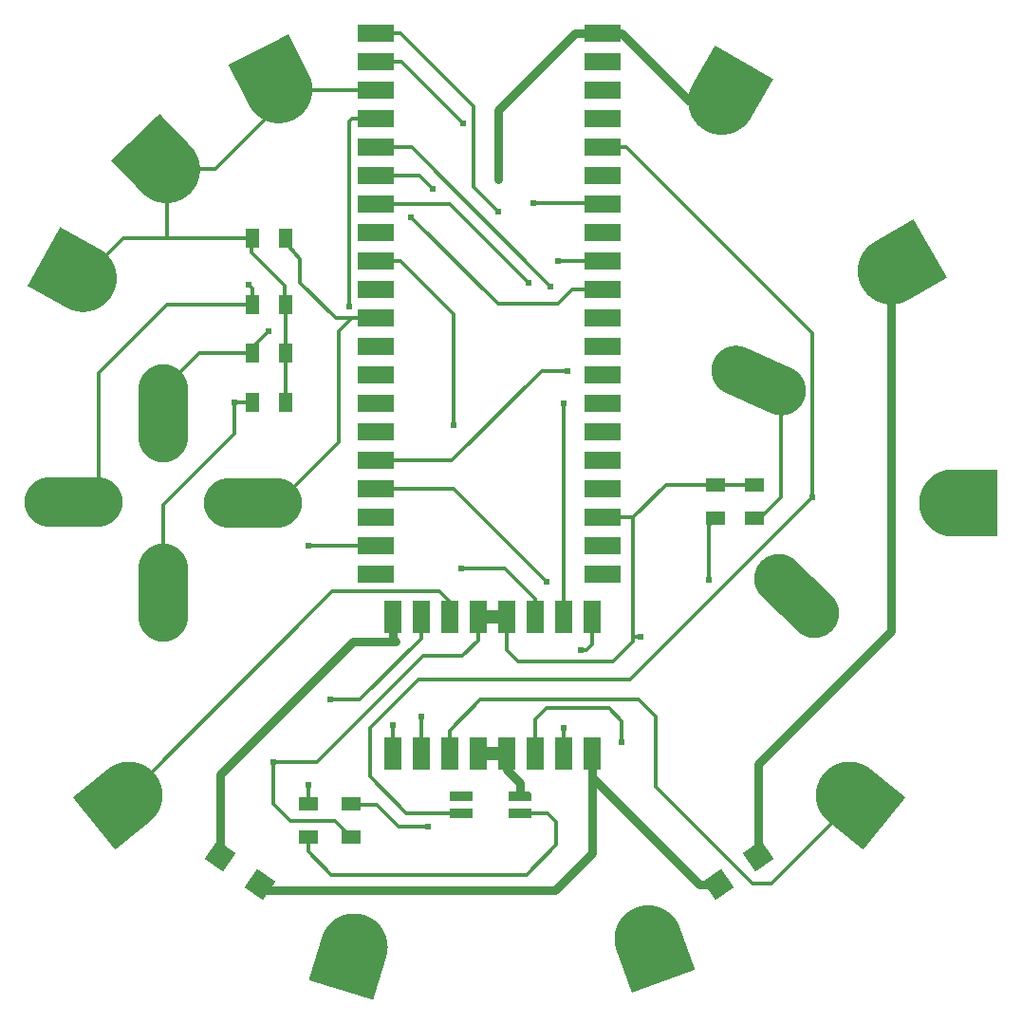
<source format=gtl>
G04 Layer: TopLayer*
G04 EasyEDA v6.5.50, 2025-08-14 22:33:42*
G04 e75713753cb845a6aa3ca86cf9a0bac9,7f6f5378126b4d5b8a4b95b5ffd06442,10*
G04 Gerber Generator version 0.2*
G04 Scale: 100 percent, Rotated: No, Reflected: No *
G04 Dimensions in millimeters *
G04 leading zeros omitted , absolute positions ,4 integer and 5 decimal *
%FSLAX45Y45*%
%MOMM*%

%AMMACRO1*21,1,$1,$2,0,0,$3*%
%AMMACRO2*4,1,5,-1,0.41,0.8,0.41,1,0.21,1,-0.41,-1,-0.41,-1,0.41,0*%
%AMMACRO3*4,1,34,2.1993,-0.1562,2.1829,-0.3749,2.1448,-0.5909,2.0854,-0.802,2.0053,-1.0062,1.9053,-1.2014,1.7863,-1.3856,1.6495,-1.5571,1.4964,-1.7141,1.3284,-1.8551,1.1472,-1.9786,0.9545,-2.0835,0.7524,-2.1687,0.5429,-2.2333,0.3279,-2.2768,0.1097,-2.2986,-0.1097,-2.2986,-0.3279,-2.2768,-0.5429,-2.2333,-0.7524,-2.1687,-0.9545,-2.0835,-1.1472,-1.9786,-1.3284,-1.8551,-1.4964,-1.7141,-1.6495,-1.5571,-1.7863,-1.3856,-1.9053,-1.2014,-2.0053,-1.0062,-2.0854,-0.802,-2.1448,-0.5909,-2.1829,-0.3749,-2.1993,-0.1562,-2.2,2.2986,2.2,2.2986,2.1993,-0.1562,0*%
%AMMACRO4*4,1,34,-2.1993,0.1562,-2.1829,0.3749,-2.1448,0.5909,-2.0854,0.802,-2.0053,1.0062,-1.9053,1.2014,-1.7863,1.3856,-1.6495,1.5571,-1.4964,1.7141,-1.3284,1.8551,-1.1472,1.9786,-0.9545,2.0835,-0.7524,2.1687,-0.5429,2.2333,-0.3279,2.2768,-0.1097,2.2986,0.1097,2.2986,0.3279,2.2768,0.5429,2.2333,0.7524,2.1687,0.9545,2.0835,1.1472,1.9786,1.3284,1.8551,1.4964,1.7141,1.6495,1.5571,1.7863,1.3856,1.9053,1.2014,2.0053,1.0062,2.0854,0.802,2.1448,0.5909,2.1829,0.3749,2.1993,0.1562,2.2,-2.2986,-2.2,-2.2986,-2.1993,0.1562,0*%
%AMMACRO5*4,1,34,-0.1562,-2.1993,-0.3749,-2.1829,-0.5909,-2.1448,-0.802,-2.0854,-1.0062,-2.0053,-1.2014,-1.9053,-1.3856,-1.7863,-1.5571,-1.6495,-1.7141,-1.4964,-1.8551,-1.3284,-1.9786,-1.1472,-2.0835,-0.9545,-2.1687,-0.7524,-2.2333,-0.5429,-2.2768,-0.3279,-2.2986,-0.1097,-2.2986,0.1097,-2.2768,0.3279,-2.2333,0.5429,-2.1687,0.7524,-2.0835,0.9545,-1.9786,1.1472,-1.8551,1.3284,-1.7141,1.4964,-1.5571,1.6495,-1.3856,1.7863,-1.2014,1.9053,-1.0062,2.0053,-0.802,2.0854,-0.5909,2.1448,-0.3749,2.1829,-0.1562,2.1993,2.2986,2.2,2.2986,-2.2,-0.1562,-2.1993,0*%
%AMMACRO6*4,1,34,0.1562,2.1993,0.3749,2.1829,0.5909,2.1448,0.802,2.0854,1.0062,2.0053,1.2014,1.9053,1.3856,1.7863,1.5571,1.6495,1.7141,1.4964,1.8551,1.3284,1.9786,1.1472,2.0835,0.9545,2.1687,0.7524,2.2333,0.5429,2.2768,0.3279,2.2986,0.1097,2.2986,-0.1097,2.2768,-0.3279,2.2333,-0.5429,2.1687,-0.7524,2.0835,-0.9545,1.9786,-1.1472,1.8551,-1.3284,1.7141,-1.4964,1.5571,-1.6495,1.3856,-1.7863,1.2014,-1.9053,1.0062,-2.0053,0.802,-2.0854,0.5909,-2.1448,0.3749,-2.1829,0.1562,-2.1993,-2.2986,-2.2,-2.2986,2.2,0.1562,2.1993,0*%
%AMMACRO7*4,1,34,-1.3888,-1.5939,-1.5819,-1.4899,-1.7637,-1.3673,-1.9325,-1.2272,-2.0864,-1.0709,-2.224,-0.9001,-2.3439,-0.7165,-2.4449,-0.5218,-2.5261,-0.3181,-2.5865,-0.1072,-2.6257,0.1085,-2.6432,0.3272,-2.6388,0.5465,-2.6126,0.7642,-2.5649,0.9783,-2.496,1.1865,-2.4068,1.3869,-2.2982,1.5774,-2.171,1.7561,-2.0267,1.9213,-1.8667,2.0712,-1.6925,2.2045,-1.5059,2.3198,-1.3088,2.4159,-1.1031,2.492,-0.8908,2.5472,-0.6741,2.5809,-0.4551,2.593,-0.236,2.5831,-0.019,2.5515,0.1938,2.4985,0.4003,2.4245,2.6432,1.4266,0.8535,-2.593,-1.3888,-1.5939,0*%
%AMMACRO8*4,1,34,1.3888,1.5939,1.5819,1.4899,1.7637,1.3673,1.9325,1.2272,2.0864,1.0709,2.224,0.9001,2.3439,0.7165,2.4449,0.5218,2.5261,0.3181,2.5865,0.1072,2.6257,-0.1085,2.6432,-0.3272,2.6388,-0.5465,2.6126,-0.7642,2.5649,-0.9783,2.496,-1.1865,2.4068,-1.3869,2.2982,-1.5774,2.171,-1.7561,2.0267,-1.9213,1.8667,-2.0712,1.6925,-2.2045,1.5059,-2.3198,1.3088,-2.4159,1.1031,-2.492,0.8908,-2.5472,0.6741,-2.5809,0.4551,-2.593,0.236,-2.5831,0.019,-2.5515,-0.1938,-2.4985,-0.4003,-2.4245,-2.6432,-1.4266,-0.8535,2.593,1.3888,1.5939,0*%
%AMMACRO9*4,1,34,2.121,0.9893,2.2641,0.823,2.3899,0.6434,2.4972,0.4521,2.5849,0.2511,2.6521,0.0423,2.6983,-0.1721,2.7228,-0.39,2.7256,-0.6094,2.7064,-0.8279,2.6657,-1.0434,2.6037,-1.2537,2.521,-1.4569,2.4185,-1.6508,2.2972,-1.8335,2.1583,-2.0033,2.0033,-2.1583,1.8335,-2.2972,1.6508,-2.4185,1.4569,-2.521,1.2537,-2.6037,1.0434,-2.6657,0.8279,-2.7064,0.6094,-2.7256,0.39,-2.7228,0.1721,-2.6983,-0.0423,-2.6521,-0.2511,-2.5849,-0.4521,-2.4972,-0.6434,-2.3899,-0.823,-2.2641,-0.9893,-2.121,-2.7256,-0.3857,0.3857,2.7256,2.121,0.9893,0*%
%AMMACRO10*4,1,34,-2.121,-0.9893,-2.2641,-0.823,-2.3899,-0.6434,-2.4972,-0.4521,-2.5849,-0.2511,-2.6521,-0.0423,-2.6983,0.1721,-2.7228,0.39,-2.7256,0.6094,-2.7064,0.8279,-2.6657,1.0434,-2.6037,1.2537,-2.521,1.4569,-2.4185,1.6508,-2.2972,1.8335,-2.1583,2.0033,-2.0033,2.1583,-1.8335,2.2972,-1.6508,2.4185,-1.4569,2.521,-1.2537,2.6037,-1.0434,2.6657,-0.8279,2.7064,-0.6094,2.7256,-0.39,2.7228,-0.1721,2.6983,0.0423,2.6521,0.2511,2.5849,0.4521,2.4972,0.6434,2.3899,0.823,2.2641,0.9893,2.121,2.7256,0.3857,-0.3857,-2.7256,-2.121,-0.9893,0*%
%AMMACRO11*4,1,34,3.4995,-3,-0.65,-2.9963,-0.9476,-2.9665,-1.2408,-2.9072,-1.5265,-2.8191,-1.8021,-2.7029,-2.0648,-2.5599,-2.3119,-2.3914,-2.541,-2.1992,-2.7498,-1.9851,-2.9363,-1.7512,-3.0985,-1.5,-3.235,-1.2339,-3.3443,-0.9554,-3.4253,-0.6676,-3.4772,-0.373,-3.4995,-0.0748,-3.4921,0.2242,-3.4549,0.521,-3.3883,0.8125,-3.2931,1.096,-3.1701,1.3686,-3.0205,1.6276,-2.846,1.8705,-2.6481,2.0947,-2.4288,2.2981,-2.1904,2.4787,-1.9352,2.6347,-1.6658,2.7644,-1.3847,2.8667,-1.0949,2.9405,-0.7992,2.9851,-0.5005,3,3.4995,3,3.4995,-3,0*%
%AMMACRO12*4,1,34,3.7986,0.982,1.7206,-2.6097,1.546,-2.8525,1.3481,-3.0768,1.1289,-3.2802,0.8905,-3.4607,0.6353,-3.6167,0.3658,-3.7464,0.0848,-3.8488,-0.2051,-3.9226,-0.5008,-3.9671,-0.7995,-3.982,-1.0982,-3.9671,-1.3939,-3.9226,-1.6838,-3.8488,-1.9648,-3.7464,-2.2342,-3.6167,-2.4895,-3.4608,-2.7279,-3.2802,-2.9471,-3.0768,-3.145,-2.8525,-3.3196,-2.6097,-3.4691,-2.3507,-3.5921,-2.0781,-3.6873,-1.7946,-3.7539,-1.503,-3.7911,-1.2062,-3.7986,-0.9073,-3.7762,-0.609,-3.7243,-0.3145,-3.6432,-0.0266,-3.534,0.2518,-3.3976,0.5179,-1.3976,3.982,3.7986,0.982,0*%
%AMMACRO13*4,1,34,3.9802,-1.3976,0.3847,-3.4691,0.1121,-3.5921,-0.1714,-3.6874,-0.463,-3.7539,-0.7597,-3.7911,-1.0587,-3.7986,-1.3569,-3.7762,-1.6515,-3.7243,-1.9394,-3.6433,-2.2178,-3.534,-2.4839,-3.3976,-2.7351,-3.2353,-2.969,-3.0488,-3.1831,-2.84,-3.3753,-2.6109,-3.5438,-2.3638,-3.6868,-2.1012,-3.803,-1.8256,-3.8912,-1.5398,-3.9504,-1.2466,-3.9802,-0.9491,-3.9802,-0.65,-3.9504,-0.3524,-3.8911,-0.0592,-3.803,0.2266,-3.6868,0.5021,-3.5438,0.7648,-3.3753,1.0119,-3.1831,1.241,-2.969,1.4498,-2.7351,1.6363,-2.4839,1.7986,0.9802,3.7986,3.9802,-1.3976,0*%
%AMMACRO14*4,1,34,1.6019,3.963,3.4824,0.2641,3.591,-0.0146,3.6713,-0.3027,3.7225,-0.5974,3.7441,-0.8957,3.7359,-1.1947,3.698,-1.4913,3.6307,-1.7827,3.5348,-2.066,3.4111,-2.3383,3.2609,-2.5969,3.0857,-2.8393,2.8872,-3.0631,2.6675,-3.266,2.4286,-3.4459,2.1731,-3.6012,1.9033,-3.7303,1.622,-3.8319,1.332,-3.905,1.0361,-3.9488,0.7374,-3.963,0.4387,-3.9473,0.1431,-3.902,-0.1466,-3.8275,-0.4273,-3.7245,-0.6964,-3.5941,-0.9513,-3.4375,-1.1892,-3.2563,-1.4079,-3.0524,-1.6053,-2.8276,-1.7792,-2.5843,-1.9281,-2.325,-3.7441,1.239,1.6019,3.963,0*%
%AMMACRO15*4,1,34,-1.0674,3.7815,2.5601,1.7665,2.8059,1.5962,3.0336,1.4022,3.2408,1.1866,3.4255,0.9514,3.5859,0.6989,3.7204,0.4318,3.8275,0.1526,3.9064,-0.1359,3.9561,-0.4308,3.9762,-0.7292,3.9665,-1.0281,3.9271,-1.3246,3.8584,-1.6157,3.761,-1.8985,3.636,-2.1701,3.4845,-2.428,3.3081,-2.6695,3.1086,-2.8923,2.8878,-3.0941,2.6481,-3.2729,2.3917,-3.4269,2.1213,-3.5546,1.8395,-3.6548,1.5491,-3.7265,1.253,-3.7688,0.9542,-3.7815,0.6557,-3.7644,0.3603,-3.7176,0.071,-3.6416,-0.2093,-3.5372,-0.4777,-3.4054,-3.9762,-1.4662,-1.0674,3.7815,0*%
%AMMACRO16*4,1,34,0.221,-3.9241,-3.0014,-1.3098,-3.214,-1.0994,-3.4045,-0.8689,-3.5711,-0.6205,-3.7122,-0.3568,-3.8263,-0.0804,-3.9123,0.2061,-3.9694,0.4997,-3.9969,0.7975,-3.9947,1.0965,-3.9627,1.3939,-3.9012,1.6866,-3.8109,1.9717,-3.6927,2.2464,-3.5477,2.508,-3.3774,2.7538,-3.1835,2.9815,-2.9678,3.1887,-2.7326,3.3734,-2.4801,3.5338,-2.213,3.6683,-1.9338,3.7754,-1.6453,3.8543,-1.3504,3.904,-1.052,3.9241,-0.7531,3.9144,-0.4566,3.875,-0.1655,3.8063,0.1173,3.7089,0.389,3.5839,0.6468,3.4324,0.8883,3.256,3.9969,0.7387,0.221,-3.9241,0*%
%AMMACRO17*4,1,34,-2.0446,-3.8919,-3.4603,0.0086,-3.5341,0.2984,-3.5787,0.5942,-3.5936,0.8929,-3.5787,1.1916,-3.5341,1.4873,-3.4603,1.7771,-3.358,2.0582,-3.2282,2.3277,-3.0723,2.5828,-2.8917,2.8212,-2.6883,3.0405,-2.464,3.2384,-2.2212,3.413,-1.9622,3.5625,-1.6896,3.6855,-1.4061,3.7808,-1.1145,3.8473,-0.8178,3.8845,-0.5188,3.8919,-0.2205,3.8696,0.074,3.8176,0.3619,3.7367,0.6403,3.6274,0.9064,3.491,1.1577,3.3287,1.3915,3.1422,1.6056,2.9334,1.7978,2.7043,1.9663,2.4572,2.1093,2.1945,2.2255,1.9189,3.5936,-1.8398,-2.0446,-3.8919,0*%
%AMMACRO18*4,1,34,-3.5192,-2.0964,-2.3024,1.8708,-2.1869,2.1466,-2.0445,2.4097,-1.8767,2.6572,-1.685,2.8868,-1.4714,3.0961,-1.2381,3.2832,-0.9873,3.4461,-0.7215,3.5832,-0.4434,3.6931,-0.1556,3.7748,0.1388,3.8275,0.4369,3.8506,0.7359,3.8439,1.0328,3.8074,1.3245,3.7416,1.6083,3.6471,1.8812,3.5248,2.1405,3.3759,2.3838,3.2019,2.6086,3.0046,2.8125,2.7858,2.9937,2.5479,3.1503,2.2931,3.2807,2.0239,3.3837,1.7432,3.4582,1.4535,3.5035,1.1579,3.5192,0.8592,3.505,0.5605,3.4612,0.2647,3.3881,-0.0254,2.2186,-3.8506,-3.5192,-2.0964,0*%
%AMMACRO19*4,1,34,-3.9982,0.7393,-0.7711,3.3478,-0.5211,3.5119,-0.256,3.6503,0.0216,3.7617,0.3089,3.8448,0.603,3.899,0.9011,3.9236,1.2001,3.9183,1.4972,3.8834,1.7892,3.819,2.0734,3.7259,2.347,3.6049,2.6071,3.4573,2.8512,3.2846,3.0769,3.0883,3.2819,2.8706,3.4643,2.6336,3.6222,2.3796,3.754,2.1111,3.8583,1.8308,3.9343,1.5415,3.9811,1.2462,3.9982,0.9476,3.9855,0.6488,3.9432,0.3527,3.8716,0.0623,3.7714,-0.2195,3.6436,-0.4899,3.4896,-0.7462,3.3108,-0.986,3.109,-1.2067,2.8863,-1.4063,-0.2223,-3.9236,-3.9982,0.7393,0*%
%AMMACRO20*4,1,34,0.348,3.9806,3.2278,0.9931,3.4131,0.7584,3.5742,0.5063,3.7093,0.2395,3.8171,-0.0394,3.8967,-0.3277,3.9472,-0.6225,3.968,-0.9208,3.9591,-1.2198,3.9204,-1.5163,3.8524,-1.8076,3.7557,-2.0906,3.6314,-2.3626,3.4806,-2.6209,3.3047,-2.8628,3.1058,-3.0861,2.8855,-3.2884,2.6462,-3.4678,2.3902,-3.6225,2.1201,-3.7509,1.8386,-3.8518,1.5484,-3.9241,1.2524,-3.9672,0.9537,-3.9806,0.655,-3.9643,0.3595,-3.9182,0.0701,-3.843,-0.2105,-3.7393,-0.4792,-3.6082,-0.7337,-3.4509,-0.9712,-3.2692,-1.1894,-3.0646,-3.968,-0.1873,0.348,3.9806,0*%
%ADD10C,0.8000*%
%ADD11C,0.3500*%
%ADD12C,1.2000*%
%ADD13R,1.5240X3.0000*%
%ADD14MACRO1,2X2X-34.9994*%
%ADD15MACRO1,2X2X-35.0004*%
%ADD16MACRO1,2X2X-145.0002*%
%ADD17MACRO1,1.701X1.2075X90.0000*%
%ADD18MACRO1,1.701X1.2075X0.0000*%
%ADD19R,1.7010X1.2075*%
%ADD20MACRO1,1.701X1.2075X-90.0000*%
%ADD21R,3.2000X1.6000*%
%ADD22R,2.0000X0.8200*%
%ADD23MACRO2*%
%ADD24MACRO3*%
%ADD25MACRO4*%
%ADD26MACRO5*%
%ADD27MACRO6*%
%ADD28MACRO7*%
%ADD29MACRO8*%
%ADD30MACRO9*%
%ADD31MACRO10*%
%ADD32MACRO11*%
%ADD33MACRO12*%
%ADD34MACRO13*%
%ADD35MACRO14*%
%ADD36MACRO15*%
%ADD37MACRO16*%
%ADD38MACRO17*%
%ADD39MACRO18*%
%ADD40MACRO19*%
%ADD41MACRO20*%
%ADD42C,0.6100*%
%ADD43C,0.6200*%
%ADD44C,0.0151*%

%LPD*%
D10*
X914400Y-2235200D02*
G01*
X914400Y-2442743D01*
X-2042413Y-3402076D02*
G01*
X-2042413Y-3454400D01*
X584200Y-3454400D01*
X914400Y-3124200D01*
X914400Y-2442718D01*
D11*
X-1930400Y-2311400D02*
G01*
X-1536700Y-2311400D01*
X-586994Y-1361694D01*
X-239776Y-1361694D01*
X-101600Y-1223518D01*
X-1422400Y-1752600D02*
G01*
X-1155700Y-1752600D01*
X-609600Y-1206500D01*
X-609600Y-1155700D01*
X660400Y889000D02*
G01*
X660400Y-1016000D01*
X2019300Y165100D02*
G01*
X1574800Y165100D01*
X1282700Y-127000D01*
X1226312Y-127000D01*
X1346200Y-1193800D02*
G01*
X1282700Y-1196339D01*
X152400Y-1223518D02*
G01*
X152400Y-1308100D01*
X254000Y-1409700D01*
X1104900Y-1409700D01*
X1282700Y-1231900D01*
X1282700Y-127000D01*
X1226312Y-127000D01*
X3217418Y-2605278D02*
G01*
X3217418Y-2688081D01*
X2514600Y-3390900D01*
X2349500Y-3390900D01*
X1485900Y-2527300D01*
X1485900Y-1905000D01*
X1333500Y-1752600D01*
X-80518Y-1752600D01*
X-355600Y-2027681D01*
X2882900Y50800D02*
G01*
X1257300Y-1574800D01*
X-635000Y-1574800D01*
X-1066800Y-2006600D01*
X-1066800Y-2438400D01*
X-737870Y-2767329D01*
X-247395Y-2767329D01*
X2019300Y-135178D02*
G01*
X1955800Y-198678D01*
X1955800Y-685800D01*
X-1008738Y127000D02*
G01*
X-317500Y127000D01*
X508000Y-698500D01*
X-254000Y-584200D02*
G01*
X139700Y-584200D01*
X406400Y-850900D01*
X406400Y-1016000D01*
X812800Y-1308100D02*
G01*
X863600Y-1308100D01*
X914400Y-1257300D01*
X914400Y-1016000D01*
X-3217418Y-2605278D02*
G01*
X-1399539Y-787400D01*
X-444500Y-787400D01*
X-355600Y-876300D01*
X-355600Y-1028700D01*
X-791207Y4191000D02*
G01*
X-139700Y3539492D01*
X-139700Y2819400D01*
X76200Y2603500D01*
X-609600Y-1016000D02*
G01*
X-609600Y-1155700D01*
X1181100Y-2133600D02*
G01*
X1181100Y-1943100D01*
X1066800Y-1828800D01*
X508000Y-1828800D01*
X406400Y-1930400D01*
X406400Y-2235200D01*
X-3488436Y12700D02*
G01*
X-3488436Y1159763D01*
X-2874518Y1773681D01*
X-2116328Y1773681D01*
X-2116328Y1337818D02*
G01*
X-2116328Y1388871D01*
X-1968500Y1536700D01*
X-1828800Y2362200D02*
G01*
X-1830323Y2343150D01*
X-1689100Y2177795D01*
X-1689100Y1968500D01*
X-1371600Y1651000D01*
X-1226312Y1651000D01*
X-2120900Y2362200D02*
G01*
X-2120900Y2235200D01*
X-1828800Y1943100D01*
X-1828800Y1765300D01*
X-1930400Y-2311400D02*
G01*
X-1930400Y-2679700D01*
X-1778000Y-2832100D01*
X-1379728Y-2832100D01*
X-1231900Y-2979928D01*
X-1231900Y-2692400D02*
G01*
X-1003300Y-2692400D01*
X-812800Y-2882900D01*
X-546100Y-2882900D01*
X-317500Y698500D02*
G01*
X-317500Y1685317D01*
X-791182Y2159000D01*
D10*
X152400Y-2235200D02*
G01*
X152400Y-2374900D01*
X272795Y-2495295D01*
X272795Y-2617470D01*
D11*
X-1612900Y-2979928D02*
G01*
X-1616455Y-3105404D01*
X-1407160Y-3314700D01*
X330200Y-3314700D01*
X596900Y-3048000D01*
X596900Y-2844800D01*
X519429Y-2767329D01*
X272795Y-2767329D01*
X-1008634Y2921000D02*
G01*
X-622300Y2921000D01*
X-508000Y2806700D01*
D10*
X2070100Y3585463D02*
G01*
X1786636Y3585463D01*
X1181100Y4191000D01*
X1008634Y4191000D01*
D11*
X-1441195Y3683000D02*
G01*
X-1740915Y3683000D01*
X-2446020Y2978150D01*
X-2875787Y2978150D01*
X-2908300Y-580113D02*
G01*
X-2908300Y-12700D01*
X-2273300Y622300D01*
X-2273300Y901700D01*
X152400Y-2235200D02*
G01*
X152400Y-2338959D01*
X-2875889Y2362200D02*
G01*
X-3265830Y2362200D01*
X-3620922Y2007107D01*
X-2116378Y2362200D02*
G01*
X-2875889Y2362200D01*
X-2875889Y2362200D02*
G01*
X-2875889Y2978073D01*
X1226413Y-127000D02*
G01*
X1008735Y-127000D01*
X-101600Y-1016000D02*
G01*
X-101600Y-1223543D01*
X152400Y-1016000D02*
G01*
X152400Y-1223543D01*
X-1441246Y3683000D02*
G01*
X-1873757Y3683000D01*
X-1879523Y3688765D01*
X-1008735Y3683000D02*
G01*
X-1441246Y3683000D01*
X-1820621Y1337741D02*
G01*
X-1820621Y1773758D01*
X2362200Y160578D02*
G01*
X2019300Y160578D01*
X-1820621Y901700D02*
G01*
X-1820621Y1337741D01*
X698500Y1181100D02*
G01*
X466445Y1181100D01*
X-333654Y381000D01*
X-1008738Y381000D01*
X-1888210Y0D02*
G01*
X-1342593Y545617D01*
X-1342593Y1534693D01*
X-1226286Y1651000D01*
X-2328189Y0D02*
G01*
X-1888210Y0D01*
X-1008735Y1651000D02*
G01*
X-1226286Y1651000D01*
X1008735Y1905000D02*
G01*
X791184Y1905000D01*
X-2116378Y1337741D02*
G01*
X-2590647Y1337741D01*
X-2908300Y1020089D01*
X1008738Y2159000D02*
G01*
X609600Y2159000D01*
X-2116378Y1916379D02*
G01*
X-2146503Y1946503D01*
X-2116378Y1773758D02*
G01*
X-2116378Y1916379D01*
X-3488410Y12700D02*
G01*
X-3928389Y12700D01*
X-1008735Y4191000D02*
G01*
X-791184Y4191000D01*
X-609600Y-2235200D02*
G01*
X-609600Y-2027631D01*
X-609600Y-1905000D02*
G01*
X-609600Y-2027628D01*
X660400Y-2006600D02*
G01*
X660400Y-2235200D01*
X-1008735Y3937000D02*
G01*
X-782650Y3937000D01*
X-229438Y3383787D01*
X-791182Y3175000D02*
G01*
X-693242Y3175000D01*
X546100Y1935657D01*
X546100Y1930400D01*
X-1008735Y3175000D02*
G01*
X-791184Y3175000D01*
X-1008735Y2667000D02*
G01*
X-351307Y2667000D01*
X348106Y1967585D01*
D10*
X768680Y4191000D02*
G01*
X81051Y3503371D01*
X81051Y2888259D01*
X-2402712Y-3149803D02*
G01*
X-2402712Y-2421178D01*
X-1218717Y-1237183D01*
X-831875Y-1237183D01*
X1008735Y4191000D02*
G01*
X768680Y4191000D01*
X-863600Y-1016000D02*
G01*
X-863600Y-1205458D01*
X-831875Y-1237183D01*
D11*
X-1226286Y3429000D02*
G01*
X-1247520Y3407765D01*
X-1247520Y1749983D01*
X-1008735Y3429000D02*
G01*
X-1226286Y3429000D01*
X-863600Y-2235200D02*
G01*
X-863600Y-2027631D01*
X-863600Y-1981200D02*
G01*
X-863600Y-2027628D01*
X-2116378Y901700D02*
G01*
X-2273300Y901700D01*
X1008738Y2667000D02*
G01*
X996038Y2679700D01*
X393700Y2679700D01*
X-2908300Y-580110D02*
G01*
X-2908300Y-1020089D01*
X-2116378Y901700D02*
G01*
X-2273300Y901700D01*
X1008735Y3175000D02*
G01*
X1226286Y3175000D01*
X-1008738Y-381000D02*
G01*
X-1612900Y-381000D01*
X-1612900Y-2514600D02*
G01*
X-1612900Y-2684221D01*
X-1008735Y2159000D02*
G01*
X-791184Y2159000D01*
D10*
X2402713Y-3150412D02*
G01*
X2402713Y-2325039D01*
X3585336Y-1142415D01*
X3585336Y2069998D01*
D11*
X-355600Y-2235200D02*
G01*
X-355600Y-2027631D01*
D12*
X-101600Y-1016000D02*
G01*
X152400Y-1016000D01*
X-101600Y-2235200D02*
G01*
X152400Y-2235200D01*
D11*
X2362200Y-135128D02*
G01*
X2419095Y-134873D01*
X2601213Y49021D01*
X2601213Y1002792D01*
D10*
X2042159Y-3402837D02*
G01*
X1874520Y-3402837D01*
X914400Y-2442718D01*
D11*
X-698500Y2552700D02*
G01*
X76200Y1778000D01*
X609600Y1778000D01*
X736600Y1905000D01*
X791210Y1905000D01*
X1226289Y3175000D02*
G01*
X2882900Y1518389D01*
X2882900Y50800D01*
D13*
G01*
X-609600Y-2235200D03*
G01*
X-355600Y-2235200D03*
G01*
X-101600Y-2235200D03*
G01*
X152400Y-2235200D03*
G01*
X406400Y-2235200D03*
G01*
X660400Y-2235200D03*
G01*
X914400Y-2235200D03*
G01*
X-609600Y-1016000D03*
G01*
X-355600Y-1016000D03*
G01*
X-101600Y-1016000D03*
G01*
X152400Y-1016000D03*
G01*
X406400Y-1016000D03*
G01*
X660400Y-1016000D03*
G01*
X914400Y-1016000D03*
G01*
X-863600Y-1016000D03*
G01*
X-863600Y-2235200D03*
D14*
G01*
X-2402709Y-3149794D03*
D15*
G01*
X-2042280Y-3402166D03*
D16*
G01*
X2402712Y-3150414D03*
G01*
X2042287Y-3402785D03*
D17*
G01*
X-1820623Y2362200D03*
G01*
X-2116376Y2362200D03*
D18*
G01*
X2019300Y160576D03*
D19*
G01*
X2019300Y-135178D03*
D17*
G01*
X-1820623Y1773768D03*
G01*
X-2116376Y1773768D03*
D18*
G01*
X2362200Y-135176D03*
D19*
G01*
X2362200Y160578D03*
D17*
G01*
X-1820623Y1337731D03*
G01*
X-2116376Y1337731D03*
D20*
G01*
X-2116376Y901700D03*
G01*
X-1820623Y901700D03*
D18*
G01*
X-1612900Y-2684223D03*
D19*
G01*
X-1612900Y-2979978D03*
D21*
G01*
X-1008735Y4191000D03*
G01*
X1008735Y4191000D03*
G01*
X-1008735Y3937000D03*
G01*
X1008735Y3937000D03*
G01*
X-1008735Y3683000D03*
G01*
X1008735Y3683000D03*
G01*
X-1008735Y3429000D03*
G01*
X1008735Y3429000D03*
G01*
X-1008735Y3175000D03*
G01*
X1008735Y3175000D03*
G01*
X-1008735Y2921000D03*
G01*
X1008735Y2921000D03*
G01*
X-1008735Y2667000D03*
G01*
X1008735Y2667000D03*
G01*
X-1008735Y2413000D03*
G01*
X1008735Y2413000D03*
G01*
X-1008735Y2159000D03*
G01*
X1008735Y2159000D03*
G01*
X-1008735Y1905000D03*
G01*
X1008735Y1905000D03*
G01*
X-1008735Y1651000D03*
G01*
X1008735Y1651000D03*
G01*
X-1008735Y1397000D03*
G01*
X1008735Y1397000D03*
G01*
X-1008735Y1143000D03*
G01*
X1008735Y1143000D03*
G01*
X-1008735Y889000D03*
G01*
X1008735Y889000D03*
G01*
X-1008735Y635000D03*
G01*
X1008735Y635000D03*
G01*
X-1008735Y381000D03*
G01*
X1008735Y381000D03*
G01*
X-1008735Y127000D03*
G01*
X1008735Y127000D03*
G01*
X-1008735Y-127000D03*
G01*
X1008735Y-127000D03*
G01*
X-1008735Y-381000D03*
G01*
X1008735Y-381000D03*
G01*
X-1008735Y-635000D03*
G01*
X1008735Y-635000D03*
D18*
G01*
X-1231900Y-2684223D03*
D19*
G01*
X-1231900Y-2979978D03*
D22*
G01*
X-247294Y-2617393D03*
G01*
X-247294Y-2767406D03*
G01*
X272694Y-2767406D03*
D23*
G01*
X272702Y-2617400D03*
D24*
G01*
X-2908300Y590237D03*
D25*
G01*
X-2908300Y1009962D03*
D26*
G01*
X-3918262Y12700D03*
D27*
G01*
X-3498537Y12700D03*
D24*
G01*
X-2908300Y-1009962D03*
D25*
G01*
X-2908300Y-590237D03*
D28*
G01*
X2243735Y1142382D03*
D29*
G01*
X2556864Y1042017D03*
D30*
G01*
X2846052Y-928352D03*
D31*
G01*
X2640347Y-722647D03*
D32*
G01*
X4190038Y0D03*
D33*
G01*
X2149944Y3683543D03*
D34*
G01*
X3683728Y2149946D03*
D35*
G01*
X-1954004Y3785059D03*
D36*
G01*
X-3718586Y2085266D03*
D37*
G01*
X3317339Y-2697839D03*
D38*
G01*
X1475318Y-3979608D03*
D39*
G01*
X-1262336Y-4044268D03*
D40*
G01*
X-3317209Y-2697895D03*
D41*
G01*
X-2972742Y3076129D03*
D26*
G01*
X-2318062Y0D03*
D27*
G01*
X-1898337Y0D03*
D42*
G01*
X-1930400Y-2311400D03*
G01*
X698500Y1181100D03*
G01*
X508000Y-698500D03*
G01*
X1955800Y-685800D03*
G01*
X-1968500Y1536700D03*
G01*
X-698500Y2552700D03*
G01*
X-2146503Y1946503D03*
G01*
X609600Y2159000D03*
G01*
X-609600Y-1905000D03*
G01*
X76200Y2603500D03*
G01*
X1181100Y-2133600D03*
G01*
X660400Y-2006600D03*
G01*
X-229438Y3383787D03*
G01*
X-1422400Y-1752600D03*
G01*
X-508000Y2806700D03*
G01*
X-254000Y-584200D03*
G01*
X660400Y889000D03*
G01*
X546100Y1930400D03*
G01*
X812800Y-1308100D03*
G01*
X348106Y1967585D03*
G01*
X-831875Y-1237183D03*
G01*
X81051Y2888259D03*
G01*
X-863600Y-1981200D03*
G01*
X-1247520Y1749983D03*
G01*
X-2273300Y901700D03*
G01*
X393700Y2679700D03*
G01*
X2882900Y50800D03*
G01*
X-1612900Y-2514600D03*
G01*
X-1612900Y-381000D03*
G01*
X-317500Y698500D03*
G01*
X-546100Y-2882900D03*
D43*
G01*
X1346200Y-1193800D03*
M02*

</source>
